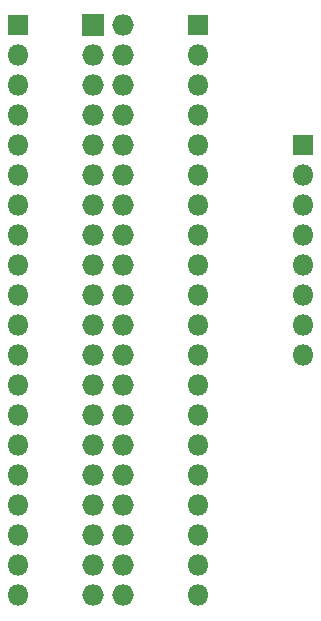
<source format=gbr>
%TF.GenerationSoftware,KiCad,Pcbnew,(5.1.6)-1*%
%TF.CreationDate,2020-08-11T03:39:42+02:00*%
%TF.ProjectId,Z80MiniFrameProtoConn,5a38304d-696e-4694-9672-616d6550726f,rev?*%
%TF.SameCoordinates,Original*%
%TF.FileFunction,Soldermask,Top*%
%TF.FilePolarity,Negative*%
%FSLAX46Y46*%
G04 Gerber Fmt 4.6, Leading zero omitted, Abs format (unit mm)*
G04 Created by KiCad (PCBNEW (5.1.6)-1) date 2020-08-11 03:39:42*
%MOMM*%
%LPD*%
G01*
G04 APERTURE LIST*
%ADD10O,1.800000X1.800000*%
%ADD11R,1.800000X1.800000*%
%ADD12O,1.827200X1.827200*%
%ADD13R,1.827200X1.827200*%
G04 APERTURE END LIST*
D10*
%TO.C,J4*%
X152400000Y-97790000D03*
X152400000Y-95250000D03*
X152400000Y-92710000D03*
X152400000Y-90170000D03*
X152400000Y-87630000D03*
X152400000Y-85090000D03*
X152400000Y-82550000D03*
D11*
X152400000Y-80010000D03*
%TD*%
D10*
%TO.C,J3*%
X143510000Y-118110000D03*
X143510000Y-115570000D03*
X143510000Y-113030000D03*
X143510000Y-110490000D03*
X143510000Y-107950000D03*
X143510000Y-105410000D03*
X143510000Y-102870000D03*
X143510000Y-100330000D03*
X143510000Y-97790000D03*
X143510000Y-95250000D03*
X143510000Y-92710000D03*
X143510000Y-90170000D03*
X143510000Y-87630000D03*
X143510000Y-85090000D03*
X143510000Y-82550000D03*
X143510000Y-80010000D03*
X143510000Y-77470000D03*
X143510000Y-74930000D03*
X143510000Y-72390000D03*
D11*
X143510000Y-69850000D03*
%TD*%
D10*
%TO.C,J2*%
X128270000Y-118110000D03*
X128270000Y-115570000D03*
X128270000Y-113030000D03*
X128270000Y-110490000D03*
X128270000Y-107950000D03*
X128270000Y-105410000D03*
X128270000Y-102870000D03*
X128270000Y-100330000D03*
X128270000Y-97790000D03*
X128270000Y-95250000D03*
X128270000Y-92710000D03*
X128270000Y-90170000D03*
X128270000Y-87630000D03*
X128270000Y-85090000D03*
X128270000Y-82550000D03*
X128270000Y-80010000D03*
X128270000Y-77470000D03*
X128270000Y-74930000D03*
X128270000Y-72390000D03*
D11*
X128270000Y-69850000D03*
%TD*%
D12*
%TO.C,J1*%
X137160000Y-118110000D03*
X134620000Y-118110000D03*
X137160000Y-115570000D03*
X134620000Y-115570000D03*
X137160000Y-113030000D03*
X134620000Y-113030000D03*
X137160000Y-110490000D03*
X134620000Y-110490000D03*
X137160000Y-107950000D03*
X134620000Y-107950000D03*
X137160000Y-105410000D03*
X134620000Y-105410000D03*
X137160000Y-102870000D03*
X134620000Y-102870000D03*
X137160000Y-100330000D03*
X134620000Y-100330000D03*
X137160000Y-97790000D03*
X134620000Y-97790000D03*
X137160000Y-95250000D03*
X134620000Y-95250000D03*
X137160000Y-92710000D03*
X134620000Y-92710000D03*
X137160000Y-90170000D03*
X134620000Y-90170000D03*
X137160000Y-87630000D03*
X134620000Y-87630000D03*
X137160000Y-85090000D03*
X134620000Y-85090000D03*
X137160000Y-82550000D03*
X134620000Y-82550000D03*
X137160000Y-80010000D03*
X134620000Y-80010000D03*
X137160000Y-77470000D03*
X134620000Y-77470000D03*
X137160000Y-74930000D03*
X134620000Y-74930000D03*
X137160000Y-72390000D03*
X134620000Y-72390000D03*
X137160000Y-69850000D03*
D13*
X134620000Y-69850000D03*
%TD*%
M02*

</source>
